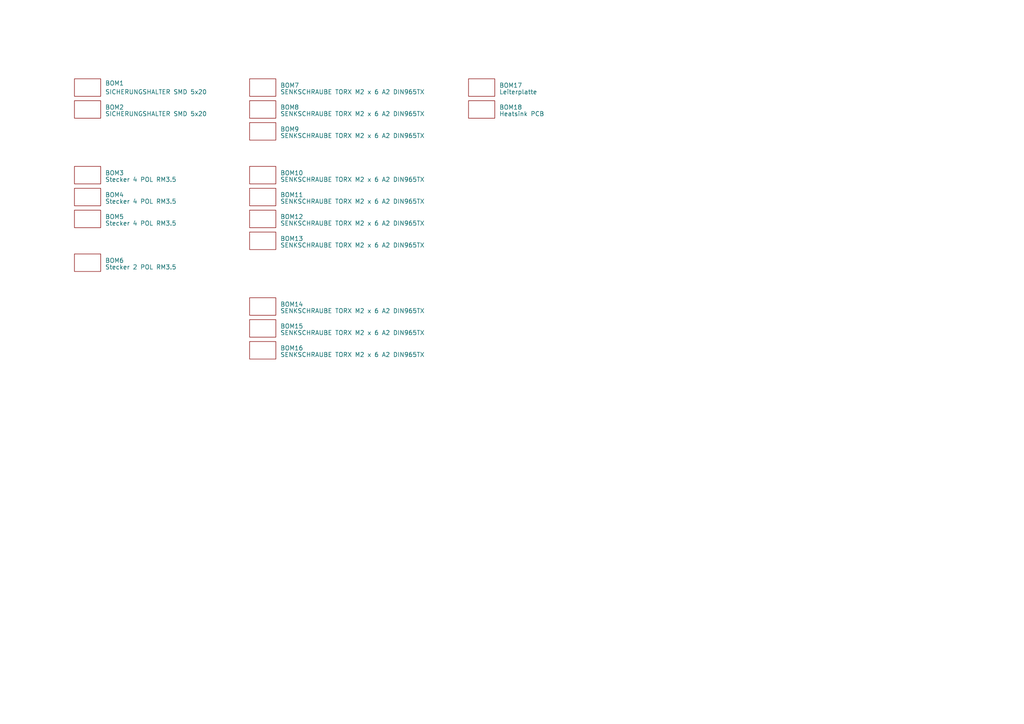
<source format=kicad_sch>
(kicad_sch
	(version 20250114)
	(generator "eeschema")
	(generator_version "9.0")
	(uuid "d2a2d163-13e4-4f1d-aa3d-79667ae6d2fb")
	(paper "A4")
	(lib_symbols
		(symbol "myBOM_Part:BOM-Part"
			(pin_numbers
				(hide yes)
			)
			(pin_names
				(offset 0)
				(hide yes)
			)
			(exclude_from_sim no)
			(in_bom yes)
			(on_board no)
			(property "Reference" "BOM"
				(at 0 0 0)
				(effects
					(font
						(size 1.27 1.27)
					)
				)
			)
			(property "Value" ""
				(at 0 0 0)
				(effects
					(font
						(size 1.27 1.27)
					)
				)
			)
			(property "Footprint" "myDummy:BOM-Dummy"
				(at 0 0 0)
				(effects
					(font
						(size 1.27 1.27)
					)
					(hide yes)
				)
			)
			(property "Datasheet" ""
				(at 0 0 0)
				(effects
					(font
						(size 1.27 1.27)
					)
					(hide yes)
				)
			)
			(property "Description" ""
				(at 0 0 0)
				(effects
					(font
						(size 1.27 1.27)
					)
					(hide yes)
				)
			)
			(symbol "BOM-Part_0_1"
				(rectangle
					(start -3.81 2.54)
					(end 3.81 -2.54)
					(stroke
						(width 0)
						(type default)
					)
					(fill
						(type none)
					)
				)
			)
			(embedded_fonts no)
		)
	)
	(symbol
		(lib_id "myBOM_Part:BOM-Part")
		(at 76.2 31.75 0)
		(unit 1)
		(exclude_from_sim no)
		(in_bom yes)
		(on_board yes)
		(dnp no)
		(fields_autoplaced yes)
		(uuid "0333390d-87c6-4b5e-8794-291744a73bd7")
		(property "Reference" "BOM8"
			(at 81.28 31.1149 0)
			(effects
				(font
					(size 1.27 1.27)
				)
				(justify left)
			)
		)
		(property "Value" "SENKSCHRAUBE TORX M2 x 6 A2 DIN965TX"
			(at 81.28 33.02 0)
			(effects
				(font
					(size 1.27 1.27)
				)
				(justify left)
			)
		)
		(property "Footprint" "myBOM:BOM_PART_2x2mm"
			(at 76.2 31.75 0)
			(effects
				(font
					(size 1.27 1.27)
				)
				(hide yes)
			)
		)
		(property "Datasheet" ""
			(at 76.2 31.75 0)
			(effects
				(font
					(size 1.27 1.27)
				)
				(hide yes)
			)
		)
		(property "Description" "SENKSCHRAUBE TORX M2 x 6 A2 DIN965TX"
			(at 76.2 31.75 0)
			(effects
				(font
					(size 1.27 1.27)
				)
				(hide yes)
			)
		)
		(property "ECS Art#" "M587"
			(at 76.2 31.75 0)
			(effects
				(font
					(size 1.27 1.27)
				)
				(hide yes)
			)
		)
		(property "HAN" ""
			(at 76.2 31.75 0)
			(effects
				(font
					(size 1.27 1.27)
				)
				(hide yes)
			)
		)
		(property "Voltage" ""
			(at 76.2 31.75 0)
			(effects
				(font
					(size 1.27 1.27)
				)
				(hide yes)
			)
		)
		(property "Toleranz" ""
			(at 76.2 31.75 0)
			(effects
				(font
					(size 1.27 1.27)
				)
				(hide yes)
			)
		)
		(property "Hersteller" ""
			(at 76.2 31.75 0)
			(effects
				(font
					(size 1.27 1.27)
				)
				(hide yes)
			)
		)
		(instances
			(project "greenSmartSwitch"
				(path "/bf1f8167-8e29-49cc-a467-dd9cc2c77246/4875905e-d35e-4049-a6aa-c7869d81fd32"
					(reference "BOM8")
					(unit 1)
				)
			)
		)
	)
	(symbol
		(lib_id "myBOM_Part:BOM-Part")
		(at 76.2 95.25 0)
		(unit 1)
		(exclude_from_sim no)
		(in_bom yes)
		(on_board yes)
		(dnp no)
		(fields_autoplaced yes)
		(uuid "0f10db84-b760-43e4-8aae-a7a86f5d2153")
		(property "Reference" "BOM15"
			(at 81.28 94.6149 0)
			(effects
				(font
					(size 1.27 1.27)
				)
				(justify left)
			)
		)
		(property "Value" "SENKSCHRAUBE TORX M2 x 6 A2 DIN965TX"
			(at 81.28 96.52 0)
			(effects
				(font
					(size 1.27 1.27)
				)
				(justify left)
			)
		)
		(property "Footprint" "myBOM:BOM_PART_2x2mm"
			(at 76.2 95.25 0)
			(effects
				(font
					(size 1.27 1.27)
				)
				(hide yes)
			)
		)
		(property "Datasheet" ""
			(at 76.2 95.25 0)
			(effects
				(font
					(size 1.27 1.27)
				)
				(hide yes)
			)
		)
		(property "Description" "SENKSCHRAUBE TORX M2 x 6 A2 DIN965TX"
			(at 76.2 95.25 0)
			(effects
				(font
					(size 1.27 1.27)
				)
				(hide yes)
			)
		)
		(property "ECS Art#" "M587"
			(at 76.2 95.25 0)
			(effects
				(font
					(size 1.27 1.27)
				)
				(hide yes)
			)
		)
		(property "HAN" ""
			(at 76.2 95.25 0)
			(effects
				(font
					(size 1.27 1.27)
				)
				(hide yes)
			)
		)
		(property "Voltage" ""
			(at 76.2 95.25 0)
			(effects
				(font
					(size 1.27 1.27)
				)
				(hide yes)
			)
		)
		(property "Toleranz" ""
			(at 76.2 95.25 0)
			(effects
				(font
					(size 1.27 1.27)
				)
				(hide yes)
			)
		)
		(property "Hersteller" ""
			(at 76.2 95.25 0)
			(effects
				(font
					(size 1.27 1.27)
				)
				(hide yes)
			)
		)
		(instances
			(project "greenSmartSwitch"
				(path "/bf1f8167-8e29-49cc-a467-dd9cc2c77246/4875905e-d35e-4049-a6aa-c7869d81fd32"
					(reference "BOM15")
					(unit 1)
				)
			)
		)
	)
	(symbol
		(lib_id "myBOM_Part:BOM-Part")
		(at 76.2 69.85 0)
		(unit 1)
		(exclude_from_sim no)
		(in_bom yes)
		(on_board yes)
		(dnp no)
		(fields_autoplaced yes)
		(uuid "16314a8c-f2cb-4a94-aeab-a2b7758dda56")
		(property "Reference" "BOM13"
			(at 81.28 69.2149 0)
			(effects
				(font
					(size 1.27 1.27)
				)
				(justify left)
			)
		)
		(property "Value" "SENKSCHRAUBE TORX M2 x 6 A2 DIN965TX"
			(at 81.28 71.12 0)
			(effects
				(font
					(size 1.27 1.27)
				)
				(justify left)
			)
		)
		(property "Footprint" "myBOM:BOM_PART_2x2mm"
			(at 76.2 69.85 0)
			(effects
				(font
					(size 1.27 1.27)
				)
				(hide yes)
			)
		)
		(property "Datasheet" ""
			(at 76.2 69.85 0)
			(effects
				(font
					(size 1.27 1.27)
				)
				(hide yes)
			)
		)
		(property "Description" "SENKSCHRAUBE TORX M2 x 6 A2 DIN965TX"
			(at 76.2 69.85 0)
			(effects
				(font
					(size 1.27 1.27)
				)
				(hide yes)
			)
		)
		(property "ECS Art#" "M587"
			(at 76.2 69.85 0)
			(effects
				(font
					(size 1.27 1.27)
				)
				(hide yes)
			)
		)
		(property "HAN" ""
			(at 76.2 69.85 0)
			(effects
				(font
					(size 1.27 1.27)
				)
				(hide yes)
			)
		)
		(property "Voltage" ""
			(at 76.2 69.85 0)
			(effects
				(font
					(size 1.27 1.27)
				)
				(hide yes)
			)
		)
		(property "Toleranz" ""
			(at 76.2 69.85 0)
			(effects
				(font
					(size 1.27 1.27)
				)
				(hide yes)
			)
		)
		(property "Hersteller" ""
			(at 76.2 69.85 0)
			(effects
				(font
					(size 1.27 1.27)
				)
				(hide yes)
			)
		)
		(instances
			(project "greenSmartSwitch"
				(path "/bf1f8167-8e29-49cc-a467-dd9cc2c77246/4875905e-d35e-4049-a6aa-c7869d81fd32"
					(reference "BOM13")
					(unit 1)
				)
			)
		)
	)
	(symbol
		(lib_id "myBOM_Part:BOM-Part")
		(at 76.2 50.8 0)
		(unit 1)
		(exclude_from_sim no)
		(in_bom yes)
		(on_board yes)
		(dnp no)
		(fields_autoplaced yes)
		(uuid "2c71af16-7f4f-458d-a633-20eca863ecac")
		(property "Reference" "BOM10"
			(at 81.28 50.1649 0)
			(effects
				(font
					(size 1.27 1.27)
				)
				(justify left)
			)
		)
		(property "Value" "SENKSCHRAUBE TORX M2 x 6 A2 DIN965TX"
			(at 81.28 52.07 0)
			(effects
				(font
					(size 1.27 1.27)
				)
				(justify left)
			)
		)
		(property "Footprint" "myBOM:BOM_PART_2x2mm"
			(at 76.2 50.8 0)
			(effects
				(font
					(size 1.27 1.27)
				)
				(hide yes)
			)
		)
		(property "Datasheet" ""
			(at 76.2 50.8 0)
			(effects
				(font
					(size 1.27 1.27)
				)
				(hide yes)
			)
		)
		(property "Description" "SENKSCHRAUBE TORX M2 x 6 A2 DIN965TX"
			(at 76.2 50.8 0)
			(effects
				(font
					(size 1.27 1.27)
				)
				(hide yes)
			)
		)
		(property "ECS Art#" "M587"
			(at 76.2 50.8 0)
			(effects
				(font
					(size 1.27 1.27)
				)
				(hide yes)
			)
		)
		(property "HAN" ""
			(at 76.2 50.8 0)
			(effects
				(font
					(size 1.27 1.27)
				)
				(hide yes)
			)
		)
		(property "Voltage" ""
			(at 76.2 50.8 0)
			(effects
				(font
					(size 1.27 1.27)
				)
				(hide yes)
			)
		)
		(property "Toleranz" ""
			(at 76.2 50.8 0)
			(effects
				(font
					(size 1.27 1.27)
				)
				(hide yes)
			)
		)
		(property "Hersteller" ""
			(at 76.2 50.8 0)
			(effects
				(font
					(size 1.27 1.27)
				)
				(hide yes)
			)
		)
		(instances
			(project "greenSmartSwitch"
				(path "/bf1f8167-8e29-49cc-a467-dd9cc2c77246/4875905e-d35e-4049-a6aa-c7869d81fd32"
					(reference "BOM10")
					(unit 1)
				)
			)
		)
	)
	(symbol
		(lib_id "myBOM_Part:BOM-Part")
		(at 76.2 101.6 0)
		(unit 1)
		(exclude_from_sim no)
		(in_bom yes)
		(on_board yes)
		(dnp no)
		(fields_autoplaced yes)
		(uuid "30d7082f-5dab-4415-a8d5-5d97c69743ee")
		(property "Reference" "BOM16"
			(at 81.28 100.9649 0)
			(effects
				(font
					(size 1.27 1.27)
				)
				(justify left)
			)
		)
		(property "Value" "SENKSCHRAUBE TORX M2 x 6 A2 DIN965TX"
			(at 81.28 102.87 0)
			(effects
				(font
					(size 1.27 1.27)
				)
				(justify left)
			)
		)
		(property "Footprint" "myBOM:BOM_PART_2x2mm"
			(at 76.2 101.6 0)
			(effects
				(font
					(size 1.27 1.27)
				)
				(hide yes)
			)
		)
		(property "Datasheet" ""
			(at 76.2 101.6 0)
			(effects
				(font
					(size 1.27 1.27)
				)
				(hide yes)
			)
		)
		(property "Description" "SENKSCHRAUBE TORX M2 x 6 A2 DIN965TX"
			(at 76.2 101.6 0)
			(effects
				(font
					(size 1.27 1.27)
				)
				(hide yes)
			)
		)
		(property "ECS Art#" "M587"
			(at 76.2 101.6 0)
			(effects
				(font
					(size 1.27 1.27)
				)
				(hide yes)
			)
		)
		(property "HAN" ""
			(at 76.2 101.6 0)
			(effects
				(font
					(size 1.27 1.27)
				)
				(hide yes)
			)
		)
		(property "Voltage" ""
			(at 76.2 101.6 0)
			(effects
				(font
					(size 1.27 1.27)
				)
				(hide yes)
			)
		)
		(property "Toleranz" ""
			(at 76.2 101.6 0)
			(effects
				(font
					(size 1.27 1.27)
				)
				(hide yes)
			)
		)
		(property "Hersteller" ""
			(at 76.2 101.6 0)
			(effects
				(font
					(size 1.27 1.27)
				)
				(hide yes)
			)
		)
		(instances
			(project "greenSmartSwitch"
				(path "/bf1f8167-8e29-49cc-a467-dd9cc2c77246/4875905e-d35e-4049-a6aa-c7869d81fd32"
					(reference "BOM16")
					(unit 1)
				)
			)
		)
	)
	(symbol
		(lib_id "myBOM_Part:BOM-Part")
		(at 76.2 57.15 0)
		(unit 1)
		(exclude_from_sim no)
		(in_bom yes)
		(on_board yes)
		(dnp no)
		(fields_autoplaced yes)
		(uuid "34226f39-7373-4bac-a30e-cf8d26e0594d")
		(property "Reference" "BOM11"
			(at 81.28 56.5149 0)
			(effects
				(font
					(size 1.27 1.27)
				)
				(justify left)
			)
		)
		(property "Value" "SENKSCHRAUBE TORX M2 x 6 A2 DIN965TX"
			(at 81.28 58.42 0)
			(effects
				(font
					(size 1.27 1.27)
				)
				(justify left)
			)
		)
		(property "Footprint" "myBOM:BOM_PART_2x2mm"
			(at 76.2 57.15 0)
			(effects
				(font
					(size 1.27 1.27)
				)
				(hide yes)
			)
		)
		(property "Datasheet" ""
			(at 76.2 57.15 0)
			(effects
				(font
					(size 1.27 1.27)
				)
				(hide yes)
			)
		)
		(property "Description" "SENKSCHRAUBE TORX M2 x 6 A2 DIN965TX"
			(at 76.2 57.15 0)
			(effects
				(font
					(size 1.27 1.27)
				)
				(hide yes)
			)
		)
		(property "ECS Art#" "M587"
			(at 76.2 57.15 0)
			(effects
				(font
					(size 1.27 1.27)
				)
				(hide yes)
			)
		)
		(property "HAN" ""
			(at 76.2 57.15 0)
			(effects
				(font
					(size 1.27 1.27)
				)
				(hide yes)
			)
		)
		(property "Voltage" ""
			(at 76.2 57.15 0)
			(effects
				(font
					(size 1.27 1.27)
				)
				(hide yes)
			)
		)
		(property "Toleranz" ""
			(at 76.2 57.15 0)
			(effects
				(font
					(size 1.27 1.27)
				)
				(hide yes)
			)
		)
		(property "Hersteller" ""
			(at 76.2 57.15 0)
			(effects
				(font
					(size 1.27 1.27)
				)
				(hide yes)
			)
		)
		(instances
			(project "greenSmartSwitch"
				(path "/bf1f8167-8e29-49cc-a467-dd9cc2c77246/4875905e-d35e-4049-a6aa-c7869d81fd32"
					(reference "BOM11")
					(unit 1)
				)
			)
		)
	)
	(symbol
		(lib_id "myBOM_Part:BOM-Part")
		(at 25.4 50.8 0)
		(unit 1)
		(exclude_from_sim no)
		(in_bom yes)
		(on_board yes)
		(dnp no)
		(fields_autoplaced yes)
		(uuid "3b1edae6-9a49-468b-9575-917881cfa914")
		(property "Reference" "BOM3"
			(at 30.48 50.1649 0)
			(effects
				(font
					(size 1.27 1.27)
				)
				(justify left)
			)
		)
		(property "Value" "Stecker 4 POL RM3.5"
			(at 30.48 52.07 0)
			(effects
				(font
					(size 1.27 1.27)
				)
				(justify left)
			)
		)
		(property "Footprint" "myBOM:BOM_PART_2x2mm"
			(at 25.4 50.8 0)
			(effects
				(font
					(size 1.27 1.27)
				)
				(hide yes)
			)
		)
		(property "Datasheet" "https://www.we-online.com/de/components/products/TBL_3_50_3611_VERTICAL_69136110000X"
			(at 25.4 50.8 0)
			(effects
				(font
					(size 1.27 1.27)
				)
				(hide yes)
			)
		)
		(property "Description" "SCHRAUBKLEMME STECKER 4-POL RM3.5 VERTICAL"
			(at 25.4 50.8 0)
			(effects
				(font
					(size 1.27 1.27)
				)
				(hide yes)
			)
		)
		(property "ECS Art#" "CON183"
			(at 25.4 50.8 0)
			(effects
				(font
					(size 1.27 1.27)
				)
				(hide yes)
			)
		)
		(property "HAN" "691361100004"
			(at 25.4 50.8 0)
			(effects
				(font
					(size 1.27 1.27)
				)
				(hide yes)
			)
		)
		(property "Voltage" ""
			(at 25.4 50.8 0)
			(effects
				(font
					(size 1.27 1.27)
				)
				(hide yes)
			)
		)
		(property "Toleranz" ""
			(at 25.4 50.8 0)
			(effects
				(font
					(size 1.27 1.27)
				)
				(hide yes)
			)
		)
		(property "Hersteller" "Würth Elektronik"
			(at 25.4 50.8 0)
			(effects
				(font
					(size 1.27 1.27)
				)
				(hide yes)
			)
		)
		(instances
			(project "greenSmartSwitch"
				(path "/bf1f8167-8e29-49cc-a467-dd9cc2c77246/4875905e-d35e-4049-a6aa-c7869d81fd32"
					(reference "BOM3")
					(unit 1)
				)
			)
		)
	)
	(symbol
		(lib_id "myBOM_Part:BOM-Part")
		(at 139.7 25.4 0)
		(unit 1)
		(exclude_from_sim no)
		(in_bom yes)
		(on_board yes)
		(dnp no)
		(fields_autoplaced yes)
		(uuid "4b9b21af-a34a-4336-aa7c-8aa0c8a915e5")
		(property "Reference" "BOM17"
			(at 144.78 24.7649 0)
			(effects
				(font
					(size 1.27 1.27)
				)
				(justify left)
			)
		)
		(property "Value" "Leiterplatte"
			(at 144.78 26.67 0)
			(effects
				(font
					(size 1.27 1.27)
				)
				(justify left)
			)
		)
		(property "Footprint" "myBOM:BOM_PART_2x2mm"
			(at 139.7 25.4 0)
			(effects
				(font
					(size 1.27 1.27)
				)
				(hide yes)
			)
		)
		(property "Datasheet" ""
			(at 139.7 25.4 0)
			(effects
				(font
					(size 1.27 1.27)
				)
				(hide yes)
			)
		)
		(property "Description" "ECS_SMART_SWITCH_LP"
			(at 139.7 25.4 0)
			(effects
				(font
					(size 1.27 1.27)
				)
				(hide yes)
			)
		)
		(property "ECS Art#" "PT090"
			(at 139.7 25.4 0)
			(effects
				(font
					(size 1.27 1.27)
				)
				(hide yes)
			)
		)
		(property "HAN" ""
			(at 139.7 25.4 0)
			(effects
				(font
					(size 1.27 1.27)
				)
				(hide yes)
			)
		)
		(property "Voltage" ""
			(at 139.7 25.4 0)
			(effects
				(font
					(size 1.27 1.27)
				)
				(hide yes)
			)
		)
		(property "Toleranz" ""
			(at 139.7 25.4 0)
			(effects
				(font
					(size 1.27 1.27)
				)
				(hide yes)
			)
		)
		(property "Hersteller" ""
			(at 139.7 25.4 0)
			(effects
				(font
					(size 1.27 1.27)
				)
				(hide yes)
			)
		)
		(instances
			(project "greenSmartSwitch"
				(path "/bf1f8167-8e29-49cc-a467-dd9cc2c77246/4875905e-d35e-4049-a6aa-c7869d81fd32"
					(reference "BOM17")
					(unit 1)
				)
			)
		)
	)
	(symbol
		(lib_id "myBOM_Part:BOM-Part")
		(at 76.2 88.9 0)
		(unit 1)
		(exclude_from_sim no)
		(in_bom yes)
		(on_board yes)
		(dnp no)
		(fields_autoplaced yes)
		(uuid "52fde1f2-22af-4237-9719-b05bfadf6796")
		(property "Reference" "BOM14"
			(at 81.28 88.2649 0)
			(effects
				(font
					(size 1.27 1.27)
				)
				(justify left)
			)
		)
		(property "Value" "SENKSCHRAUBE TORX M2 x 6 A2 DIN965TX"
			(at 81.28 90.17 0)
			(effects
				(font
					(size 1.27 1.27)
				)
				(justify left)
			)
		)
		(property "Footprint" "myBOM:BOM_PART_2x2mm"
			(at 76.2 88.9 0)
			(effects
				(font
					(size 1.27 1.27)
				)
				(hide yes)
			)
		)
		(property "Datasheet" ""
			(at 76.2 88.9 0)
			(effects
				(font
					(size 1.27 1.27)
				)
				(hide yes)
			)
		)
		(property "Description" "SENKSCHRAUBE TORX M2 x 6 A2 DIN965TX"
			(at 76.2 88.9 0)
			(effects
				(font
					(size 1.27 1.27)
				)
				(hide yes)
			)
		)
		(property "ECS Art#" "M587"
			(at 76.2 88.9 0)
			(effects
				(font
					(size 1.27 1.27)
				)
				(hide yes)
			)
		)
		(property "HAN" ""
			(at 76.2 88.9 0)
			(effects
				(font
					(size 1.27 1.27)
				)
				(hide yes)
			)
		)
		(property "Voltage" ""
			(at 76.2 88.9 0)
			(effects
				(font
					(size 1.27 1.27)
				)
				(hide yes)
			)
		)
		(property "Toleranz" ""
			(at 76.2 88.9 0)
			(effects
				(font
					(size 1.27 1.27)
				)
				(hide yes)
			)
		)
		(property "Hersteller" ""
			(at 76.2 88.9 0)
			(effects
				(font
					(size 1.27 1.27)
				)
				(hide yes)
			)
		)
		(instances
			(project "greenSmartSwitch"
				(path "/bf1f8167-8e29-49cc-a467-dd9cc2c77246/4875905e-d35e-4049-a6aa-c7869d81fd32"
					(reference "BOM14")
					(unit 1)
				)
			)
		)
	)
	(symbol
		(lib_id "myBOM_Part:BOM-Part")
		(at 25.4 31.75 0)
		(unit 1)
		(exclude_from_sim no)
		(in_bom yes)
		(on_board yes)
		(dnp no)
		(fields_autoplaced yes)
		(uuid "9a77df8c-b0c0-4ce7-a108-fd8d16d413f3")
		(property "Reference" "BOM2"
			(at 30.48 31.1149 0)
			(effects
				(font
					(size 1.27 1.27)
				)
				(justify left)
			)
		)
		(property "Value" "SICHERUNGSHALTER SMD 5x20"
			(at 30.48 33.02 0)
			(effects
				(font
					(size 1.27 1.27)
				)
				(justify left)
			)
		)
		(property "Footprint" "myBOM:BOM_PART_2x2mm"
			(at 25.4 31.75 0)
			(effects
				(font
					(size 1.27 1.27)
				)
				(hide yes)
			)
		)
		(property "Datasheet" "https://shopapi.schukat.com/medias/typ-OGN.pdf?context=bWFzdGVyfHBpbWFzc2V0c3w1MDMzMzZ8YXBwbGljYXRpb24vcGRmfGFEYzBMMmhrTWk4eE1EUTNOVFEzTXpRek5qY3dNaTkwZVhCZlQwZE9MbkJrWmd8Mjg4NGY1YzRmZWU5YjM2YzY0MWZmYmZlYmEzOTNkZjk5YzQyYTRmOWZkOWZjZDBiNjZkMmZiM2QzMWY3ODhiNQ&_gl=1*1v30h1u*_gcl_au*NDkwMDc0NzYyLjE3MzU3MjkyODQ."
			(at 25.4 31.75 0)
			(effects
				(font
					(size 1.27 1.27)
				)
				(hide yes)
			)
		)
		(property "Description" ""
			(at 25.4 31.75 0)
			(effects
				(font
					(size 1.27 1.27)
				)
				(hide yes)
			)
		)
		(property "ECS Art#" "EM469"
			(at 25.4 31.75 0)
			(effects
				(font
					(size 1.27 1.27)
				)
				(hide yes)
			)
		)
		(property "HAN" "0031.8221"
			(at 25.4 31.75 0)
			(effects
				(font
					(size 1.27 1.27)
				)
				(hide yes)
			)
		)
		(property "Voltage" ""
			(at 25.4 31.75 0)
			(effects
				(font
					(size 1.27 1.27)
				)
				(hide yes)
			)
		)
		(property "Toleranz" ""
			(at 25.4 31.75 0)
			(effects
				(font
					(size 1.27 1.27)
				)
				(hide yes)
			)
		)
		(property "Hersteller" "Schurter"
			(at 25.4 31.75 0)
			(effects
				(font
					(size 1.27 1.27)
				)
				(hide yes)
			)
		)
		(instances
			(project "greenSmartSwitch"
				(path "/bf1f8167-8e29-49cc-a467-dd9cc2c77246/4875905e-d35e-4049-a6aa-c7869d81fd32"
					(reference "BOM2")
					(unit 1)
				)
			)
		)
	)
	(symbol
		(lib_id "myBOM_Part:BOM-Part")
		(at 25.4 57.15 0)
		(unit 1)
		(exclude_from_sim no)
		(in_bom yes)
		(on_board yes)
		(dnp no)
		(fields_autoplaced yes)
		(uuid "b9323593-7eaa-4655-b02b-2825538f14c1")
		(property "Reference" "BOM4"
			(at 30.48 56.5149 0)
			(effects
				(font
					(size 1.27 1.27)
				)
				(justify left)
			)
		)
		(property "Value" "Stecker 4 POL RM3.5"
			(at 30.48 58.42 0)
			(effects
				(font
					(size 1.27 1.27)
				)
				(justify left)
			)
		)
		(property "Footprint" "myBOM:BOM_PART_2x2mm"
			(at 25.4 57.15 0)
			(effects
				(font
					(size 1.27 1.27)
				)
				(hide yes)
			)
		)
		(property "Datasheet" "https://www.we-online.com/de/components/products/TBL_3_50_3611_VERTICAL_69136110000X"
			(at 25.4 57.15 0)
			(effects
				(font
					(size 1.27 1.27)
				)
				(hide yes)
			)
		)
		(property "Description" "SCHRAUBKLEMME STECKER 4-POL RM3.5 VERTICAL"
			(at 25.4 57.15 0)
			(effects
				(font
					(size 1.27 1.27)
				)
				(hide yes)
			)
		)
		(property "ECS Art#" "CON183"
			(at 25.4 57.15 0)
			(effects
				(font
					(size 1.27 1.27)
				)
				(hide yes)
			)
		)
		(property "HAN" "691361100004"
			(at 25.4 57.15 0)
			(effects
				(font
					(size 1.27 1.27)
				)
				(hide yes)
			)
		)
		(property "Voltage" ""
			(at 25.4 57.15 0)
			(effects
				(font
					(size 1.27 1.27)
				)
				(hide yes)
			)
		)
		(property "Toleranz" ""
			(at 25.4 57.15 0)
			(effects
				(font
					(size 1.27 1.27)
				)
				(hide yes)
			)
		)
		(property "Hersteller" "Würth Elektronik"
			(at 25.4 57.15 0)
			(effects
				(font
					(size 1.27 1.27)
				)
				(hide yes)
			)
		)
		(instances
			(project "greenSmartSwitch"
				(path "/bf1f8167-8e29-49cc-a467-dd9cc2c77246/4875905e-d35e-4049-a6aa-c7869d81fd32"
					(reference "BOM4")
					(unit 1)
				)
			)
		)
	)
	(symbol
		(lib_id "myBOM_Part:BOM-Part")
		(at 76.2 25.4 0)
		(unit 1)
		(exclude_from_sim no)
		(in_bom yes)
		(on_board yes)
		(dnp no)
		(fields_autoplaced yes)
		(uuid "c6ec7def-3aa9-4b07-8111-0863b08862d4")
		(property "Reference" "BOM7"
			(at 81.28 24.7649 0)
			(effects
				(font
					(size 1.27 1.27)
				)
				(justify left)
			)
		)
		(property "Value" "SENKSCHRAUBE TORX M2 x 6 A2 DIN965TX"
			(at 81.28 26.67 0)
			(effects
				(font
					(size 1.27 1.27)
				)
				(justify left)
			)
		)
		(property "Footprint" "myBOM:BOM_PART_2x2mm"
			(at 76.2 25.4 0)
			(effects
				(font
					(size 1.27 1.27)
				)
				(hide yes)
			)
		)
		(property "Datasheet" ""
			(at 76.2 25.4 0)
			(effects
				(font
					(size 1.27 1.27)
				)
				(hide yes)
			)
		)
		(property "Description" "SENKSCHRAUBE TORX M2 x 6 A2 DIN965TX"
			(at 76.2 25.4 0)
			(effects
				(font
					(size 1.27 1.27)
				)
				(hide yes)
			)
		)
		(property "ECS Art#" "M587"
			(at 76.2 25.4 0)
			(effects
				(font
					(size 1.27 1.27)
				)
				(hide yes)
			)
		)
		(property "HAN" ""
			(at 76.2 25.4 0)
			(effects
				(font
					(size 1.27 1.27)
				)
				(hide yes)
			)
		)
		(property "Voltage" ""
			(at 76.2 25.4 0)
			(effects
				(font
					(size 1.27 1.27)
				)
				(hide yes)
			)
		)
		(property "Toleranz" ""
			(at 76.2 25.4 0)
			(effects
				(font
					(size 1.27 1.27)
				)
				(hide yes)
			)
		)
		(property "Hersteller" ""
			(at 76.2 25.4 0)
			(effects
				(font
					(size 1.27 1.27)
				)
				(hide yes)
			)
		)
		(instances
			(project "greenSmartSwitch"
				(path "/bf1f8167-8e29-49cc-a467-dd9cc2c77246/4875905e-d35e-4049-a6aa-c7869d81fd32"
					(reference "BOM7")
					(unit 1)
				)
			)
		)
	)
	(symbol
		(lib_id "myBOM_Part:BOM-Part")
		(at 76.2 38.1 0)
		(unit 1)
		(exclude_from_sim no)
		(in_bom yes)
		(on_board yes)
		(dnp no)
		(fields_autoplaced yes)
		(uuid "cd4efe32-e445-4114-8584-a61f84378c6d")
		(property "Reference" "BOM9"
			(at 81.28 37.4649 0)
			(effects
				(font
					(size 1.27 1.27)
				)
				(justify left)
			)
		)
		(property "Value" "SENKSCHRAUBE TORX M2 x 6 A2 DIN965TX"
			(at 81.28 39.37 0)
			(effects
				(font
					(size 1.27 1.27)
				)
				(justify left)
			)
		)
		(property "Footprint" "myBOM:BOM_PART_2x2mm"
			(at 76.2 38.1 0)
			(effects
				(font
					(size 1.27 1.27)
				)
				(hide yes)
			)
		)
		(property "Datasheet" ""
			(at 76.2 38.1 0)
			(effects
				(font
					(size 1.27 1.27)
				)
				(hide yes)
			)
		)
		(property "Description" "SENKSCHRAUBE TORX M2 x 6 A2 DIN965TX"
			(at 76.2 38.1 0)
			(effects
				(font
					(size 1.27 1.27)
				)
				(hide yes)
			)
		)
		(property "ECS Art#" "M587"
			(at 76.2 38.1 0)
			(effects
				(font
					(size 1.27 1.27)
				)
				(hide yes)
			)
		)
		(property "HAN" ""
			(at 76.2 38.1 0)
			(effects
				(font
					(size 1.27 1.27)
				)
				(hide yes)
			)
		)
		(property "Voltage" ""
			(at 76.2 38.1 0)
			(effects
				(font
					(size 1.27 1.27)
				)
				(hide yes)
			)
		)
		(property "Toleranz" ""
			(at 76.2 38.1 0)
			(effects
				(font
					(size 1.27 1.27)
				)
				(hide yes)
			)
		)
		(property "Hersteller" ""
			(at 76.2 38.1 0)
			(effects
				(font
					(size 1.27 1.27)
				)
				(hide yes)
			)
		)
		(instances
			(project "greenSmartSwitch"
				(path "/bf1f8167-8e29-49cc-a467-dd9cc2c77246/4875905e-d35e-4049-a6aa-c7869d81fd32"
					(reference "BOM9")
					(unit 1)
				)
			)
		)
	)
	(symbol
		(lib_id "myBOM_Part:BOM-Part")
		(at 25.4 63.5 0)
		(unit 1)
		(exclude_from_sim no)
		(in_bom yes)
		(on_board yes)
		(dnp no)
		(fields_autoplaced yes)
		(uuid "de01e9d5-c9c5-4266-ae28-85fc98121fa8")
		(property "Reference" "BOM5"
			(at 30.48 62.8649 0)
			(effects
				(font
					(size 1.27 1.27)
				)
				(justify left)
			)
		)
		(property "Value" "Stecker 4 POL RM3.5"
			(at 30.48 64.77 0)
			(effects
				(font
					(size 1.27 1.27)
				)
				(justify left)
			)
		)
		(property "Footprint" "myBOM:BOM_PART_2x2mm"
			(at 25.4 63.5 0)
			(effects
				(font
					(size 1.27 1.27)
				)
				(hide yes)
			)
		)
		(property "Datasheet" "https://www.we-online.com/de/components/products/TBL_3_50_3611_VERTICAL_69136110000X"
			(at 25.4 63.5 0)
			(effects
				(font
					(size 1.27 1.27)
				)
				(hide yes)
			)
		)
		(property "Description" "SCHRAUBKLEMME STECKER 4-POL RM3.5 VERTICAL"
			(at 25.4 63.5 0)
			(effects
				(font
					(size 1.27 1.27)
				)
				(hide yes)
			)
		)
		(property "ECS Art#" "CON183"
			(at 25.4 63.5 0)
			(effects
				(font
					(size 1.27 1.27)
				)
				(hide yes)
			)
		)
		(property "HAN" "691361100004"
			(at 25.4 63.5 0)
			(effects
				(font
					(size 1.27 1.27)
				)
				(hide yes)
			)
		)
		(property "Voltage" ""
			(at 25.4 63.5 0)
			(effects
				(font
					(size 1.27 1.27)
				)
				(hide yes)
			)
		)
		(property "Toleranz" ""
			(at 25.4 63.5 0)
			(effects
				(font
					(size 1.27 1.27)
				)
				(hide yes)
			)
		)
		(property "Hersteller" "Würth Elektronik"
			(at 25.4 63.5 0)
			(effects
				(font
					(size 1.27 1.27)
				)
				(hide yes)
			)
		)
		(instances
			(project "greenSmartSwitch"
				(path "/bf1f8167-8e29-49cc-a467-dd9cc2c77246/4875905e-d35e-4049-a6aa-c7869d81fd32"
					(reference "BOM5")
					(unit 1)
				)
			)
		)
	)
	(symbol
		(lib_id "myBOM_Part:BOM-Part")
		(at 25.4 25.4 180)
		(unit 1)
		(exclude_from_sim no)
		(in_bom yes)
		(on_board yes)
		(dnp no)
		(fields_autoplaced yes)
		(uuid "e64363a9-72c2-4668-ae9d-e85af351ba12")
		(property "Reference" "BOM1"
			(at 30.48 24.1299 0)
			(effects
				(font
					(size 1.27 1.27)
				)
				(justify right)
			)
		)
		(property "Value" "SICHERUNGSHALTER SMD 5x20"
			(at 30.48 26.6699 0)
			(effects
				(font
					(size 1.27 1.27)
				)
				(justify right)
			)
		)
		(property "Footprint" "myBOM:BOM_PART_2x2mm"
			(at 25.4 25.4 0)
			(effects
				(font
					(size 1.27 1.27)
				)
				(hide yes)
			)
		)
		(property "Datasheet" "https://shopapi.schukat.com/medias/typ-OGN.pdf?context=bWFzdGVyfHBpbWFzc2V0c3w1MDMzMzZ8YXBwbGljYXRpb24vcGRmfGFEYzBMMmhrTWk4eE1EUTNOVFEzTXpRek5qY3dNaTkwZVhCZlQwZE9MbkJrWmd8Mjg4NGY1YzRmZWU5YjM2YzY0MWZmYmZlYmEzOTNkZjk5YzQyYTRmOWZkOWZjZDBiNjZkMmZiM2QzMWY3ODhiNQ&_gl=1*1v30h1u*_gcl_au*NDkwMDc0NzYyLjE3MzU3MjkyODQ."
			(at 25.4 25.4 0)
			(effects
				(font
					(size 1.27 1.27)
				)
				(hide yes)
			)
		)
		(property "Description" ""
			(at 25.4 25.4 0)
			(effects
				(font
					(size 1.27 1.27)
				)
				(hide yes)
			)
		)
		(property "ECS Art#" "EM469"
			(at 25.4 25.4 0)
			(effects
				(font
					(size 1.27 1.27)
				)
				(hide yes)
			)
		)
		(property "HAN" "0031.8221"
			(at 25.4 25.4 0)
			(effects
				(font
					(size 1.27 1.27)
				)
				(hide yes)
			)
		)
		(property "Voltage" ""
			(at 25.4 25.4 0)
			(effects
				(font
					(size 1.27 1.27)
				)
				(hide yes)
			)
		)
		(property "Toleranz" ""
			(at 25.4 25.4 0)
			(effects
				(font
					(size 1.27 1.27)
				)
				(hide yes)
			)
		)
		(property "Hersteller" "Schurter"
			(at 25.4 25.4 0)
			(effects
				(font
					(size 1.27 1.27)
				)
				(hide yes)
			)
		)
		(instances
			(project ""
				(path "/bf1f8167-8e29-49cc-a467-dd9cc2c77246/4875905e-d35e-4049-a6aa-c7869d81fd32"
					(reference "BOM1")
					(unit 1)
				)
			)
		)
	)
	(symbol
		(lib_id "myBOM_Part:BOM-Part")
		(at 76.2 63.5 0)
		(unit 1)
		(exclude_from_sim no)
		(in_bom yes)
		(on_board yes)
		(dnp no)
		(fields_autoplaced yes)
		(uuid "f1193020-7ec6-4587-95d4-ad8da03e7e8b")
		(property "Reference" "BOM12"
			(at 81.28 62.8649 0)
			(effects
				(font
					(size 1.27 1.27)
				)
				(justify left)
			)
		)
		(property "Value" "SENKSCHRAUBE TORX M2 x 6 A2 DIN965TX"
			(at 81.28 64.77 0)
			(effects
				(font
					(size 1.27 1.27)
				)
				(justify left)
			)
		)
		(property "Footprint" "myBOM:BOM_PART_2x2mm"
			(at 76.2 63.5 0)
			(effects
				(font
					(size 1.27 1.27)
				)
				(hide yes)
			)
		)
		(property "Datasheet" ""
			(at 76.2 63.5 0)
			(effects
				(font
					(size 1.27 1.27)
				)
				(hide yes)
			)
		)
		(property "Description" "SENKSCHRAUBE TORX M2 x 6 A2 DIN965TX"
			(at 76.2 63.5 0)
			(effects
				(font
					(size 1.27 1.27)
				)
				(hide yes)
			)
		)
		(property "ECS Art#" "M587"
			(at 76.2 63.5 0)
			(effects
				(font
					(size 1.27 1.27)
				)
				(hide yes)
			)
		)
		(property "HAN" ""
			(at 76.2 63.5 0)
			(effects
				(font
					(size 1.27 1.27)
				)
				(hide yes)
			)
		)
		(property "Voltage" ""
			(at 76.2 63.5 0)
			(effects
				(font
					(size 1.27 1.27)
				)
				(hide yes)
			)
		)
		(property "Toleranz" ""
			(at 76.2 63.5 0)
			(effects
				(font
					(size 1.27 1.27)
				)
				(hide yes)
			)
		)
		(property "Hersteller" ""
			(at 76.2 63.5 0)
			(effects
				(font
					(size 1.27 1.27)
				)
				(hide yes)
			)
		)
		(instances
			(project "greenSmartSwitch"
				(path "/bf1f8167-8e29-49cc-a467-dd9cc2c77246/4875905e-d35e-4049-a6aa-c7869d81fd32"
					(reference "BOM12")
					(unit 1)
				)
			)
		)
	)
	(symbol
		(lib_id "myBOM_Part:BOM-Part")
		(at 139.7 31.75 0)
		(unit 1)
		(exclude_from_sim no)
		(in_bom yes)
		(on_board yes)
		(dnp no)
		(fields_autoplaced yes)
		(uuid "fa802703-4a3c-41c3-bc5a-a40fcb784cb8")
		(property "Reference" "BOM18"
			(at 144.78 31.1149 0)
			(effects
				(font
					(size 1.27 1.27)
				)
				(justify left)
			)
		)
		(property "Value" "Heatsink PCB"
			(at 144.78 33.02 0)
			(effects
				(font
					(size 1.27 1.27)
				)
				(justify left)
			)
		)
		(property "Footprint" "myBOM:BOM_PART_2x2mm"
			(at 139.7 31.75 0)
			(effects
				(font
					(size 1.27 1.27)
				)
				(hide yes)
			)
		)
		(property "Datasheet" ""
			(at 139.7 31.75 0)
			(effects
				(font
					(size 1.27 1.27)
				)
				(hide yes)
			)
		)
		(property "Description" "SENKSCHRAUBE TORX M2 x 6 A2 DIN965TX"
			(at 139.7 31.75 0)
			(effects
				(font
					(size 1.27 1.27)
				)
				(hide yes)
			)
		)
		(property "ECS Art#" "PT092"
			(at 139.7 31.75 0)
			(effects
				(font
					(size 1.27 1.27)
				)
				(hide yes)
			)
		)
		(property "HAN" ""
			(at 139.7 31.75 0)
			(effects
				(font
					(size 1.27 1.27)
				)
				(hide yes)
			)
		)
		(property "Voltage" ""
			(at 139.7 31.75 0)
			(effects
				(font
					(size 1.27 1.27)
				)
				(hide yes)
			)
		)
		(property "Toleranz" ""
			(at 139.7 31.75 0)
			(effects
				(font
					(size 1.27 1.27)
				)
				(hide yes)
			)
		)
		(property "Hersteller" ""
			(at 139.7 31.75 0)
			(effects
				(font
					(size 1.27 1.27)
				)
				(hide yes)
			)
		)
		(instances
			(project "greenSmartSwitch"
				(path "/bf1f8167-8e29-49cc-a467-dd9cc2c77246/4875905e-d35e-4049-a6aa-c7869d81fd32"
					(reference "BOM18")
					(unit 1)
				)
			)
		)
	)
	(symbol
		(lib_id "myBOM_Part:BOM-Part")
		(at 25.4 76.2 0)
		(unit 1)
		(exclude_from_sim no)
		(in_bom yes)
		(on_board yes)
		(dnp no)
		(fields_autoplaced yes)
		(uuid "fdfa8543-b973-4844-9972-e1f09a394bdc")
		(property "Reference" "BOM6"
			(at 30.48 75.5649 0)
			(effects
				(font
					(size 1.27 1.27)
				)
				(justify left)
			)
		)
		(property "Value" "Stecker 2 POL RM3.5"
			(at 30.48 77.47 0)
			(effects
				(font
					(size 1.27 1.27)
				)
				(justify left)
			)
		)
		(property "Footprint" "myBOM:BOM_PART_2x2mm"
			(at 25.4 76.2 0)
			(effects
				(font
					(size 1.27 1.27)
				)
				(hide yes)
			)
		)
		(property "Datasheet" "https://www.we-online.com/de/components/products/TBL_3_50_3611_VERTICAL_69136110000X"
			(at 25.4 76.2 0)
			(effects
				(font
					(size 1.27 1.27)
				)
				(hide yes)
			)
		)
		(property "Description" "SCHRAUBKLEMME STECKER 2-POL RM3.5 VERTICAL"
			(at 25.4 76.2 0)
			(effects
				(font
					(size 1.27 1.27)
				)
				(hide yes)
			)
		)
		(property "ECS Art#" "CON181"
			(at 25.4 76.2 0)
			(effects
				(font
					(size 1.27 1.27)
				)
				(hide yes)
			)
		)
		(property "HAN" "691361100002"
			(at 25.4 76.2 0)
			(effects
				(font
					(size 1.27 1.27)
				)
				(hide yes)
			)
		)
		(property "Voltage" ""
			(at 25.4 76.2 0)
			(effects
				(font
					(size 1.27 1.27)
				)
				(hide yes)
			)
		)
		(property "Toleranz" ""
			(at 25.4 76.2 0)
			(effects
				(font
					(size 1.27 1.27)
				)
				(hide yes)
			)
		)
		(property "Hersteller" "Würth Elektronik"
			(at 25.4 76.2 0)
			(effects
				(font
					(size 1.27 1.27)
				)
				(hide yes)
			)
		)
		(instances
			(project "greenSmartSwitch"
				(path "/bf1f8167-8e29-49cc-a467-dd9cc2c77246/4875905e-d35e-4049-a6aa-c7869d81fd32"
					(reference "BOM6")
					(unit 1)
				)
			)
		)
	)
)

</source>
